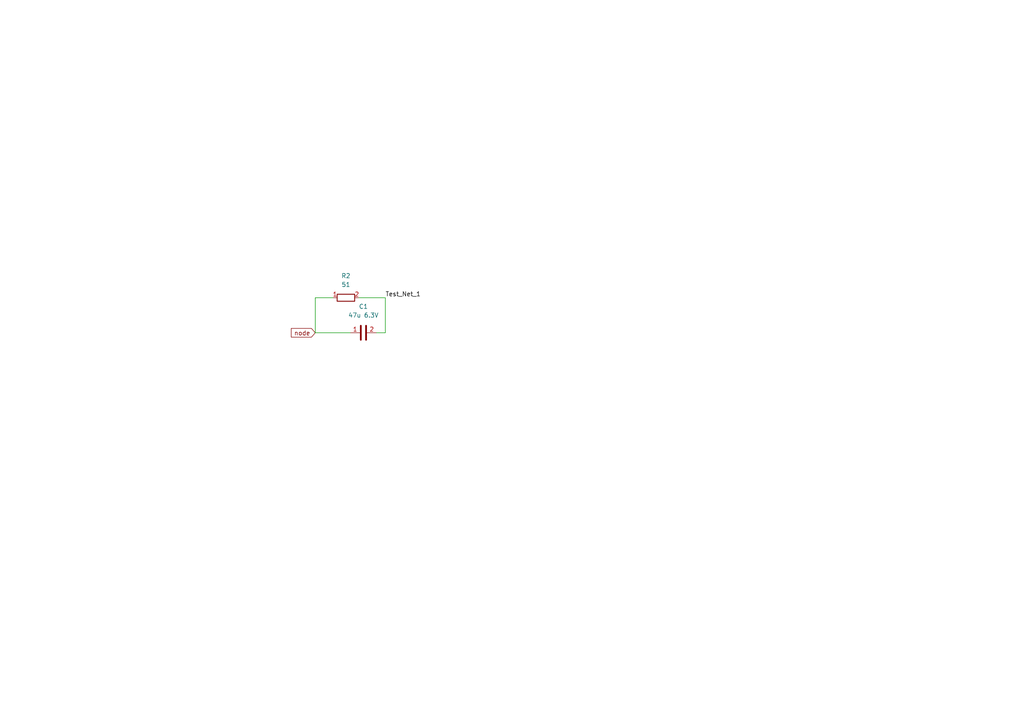
<source format=kicad_sch>
(kicad_sch (version 20211123) (generator eeschema)
  (paper "A4")
  (title_block (title "Simple Circuit") (date "2022-08-02") (rev "v01"))
  (lib_symbols
    (symbol "Device:C" (pin_names (offset 0.254))
      (property "Reference" "C" (at 0.635 2.54 0))
      (property "Value" "C" (at 0.635 -2.54 0))
      (symbol "C_0_1"
        (polyline (pts (xy -2.032 -0.762) (xy 2.032 -0.762)) (stroke (width 0.508)))
        (polyline (pts (xy -2.032 0.762) (xy 2.032 0.762)) (stroke (width 0.508)))
      )
      (symbol "C_1_1"
        (pin passive line (at 0 3.81 270) (length 2.794) (name "~") (number "1"))
        (pin passive line (at 0 -3.81 90) (length 2.794) (name "~") (number "2"))
      )
    )
    (symbol "Device:R" (pin_names (offset 0))
      (property "Reference" "R" (at 2.032 0 90))
      (property "Value" "R" (at 0 0 90))
      (symbol "R_0_1"
        (rectangle (start -1.016 -2.54) (end 1.016 2.54) (stroke (width 0.254)))
      )
      (symbol "R_1_1"
        (pin passive line (at 0 3.81 270) (length 1.27) (name "~") (number "1"))
        (pin passive line (at 0 -3.81 90) (length 1.27) (name "~") (number "2"))
      )
    )
  )
  (wire (pts (xy 91.44 86.36) (xy 91.44 96.52)))
  (wire (pts (xy 111.76 86.36) (xy 111.76 96.52)))
  (wire (pts (xy 104.14 86.36) (xy 111.76 86.36)))
  (wire (pts (xy 91.44 86.36) (xy 96.52 86.36)))
  (wire (pts (xy 109.22 96.52) (xy 111.76 96.52)))
  (wire (pts (xy 91.44 96.52) (xy 101.6 96.52)))
  (label "Test_Net_1" (at 111.76 86.36 0))
  (global_label "node" (shape input) (at 91.44 96.52 180) (property "Intersheet References" "${INTERSHEET_REFS}" (effects hide)))
  (symbol (lib_id "Device:R") (at 100.33 86.36 90) (unit 1)
    (property "Reference" "R2" (at 100.33 80.01 90))
    (property "Value" "51" (at 100.33 82.55 90))
  )
  (symbol (lib_id "Device:C") (at 105.41 96.52 90) (unit 1)
    (property "Reference" "C1" (at 105.41 88.9 90))
    (property "Value" "47u 6.3V" (at 105.41 91.44 90))
  )
)
</source>
